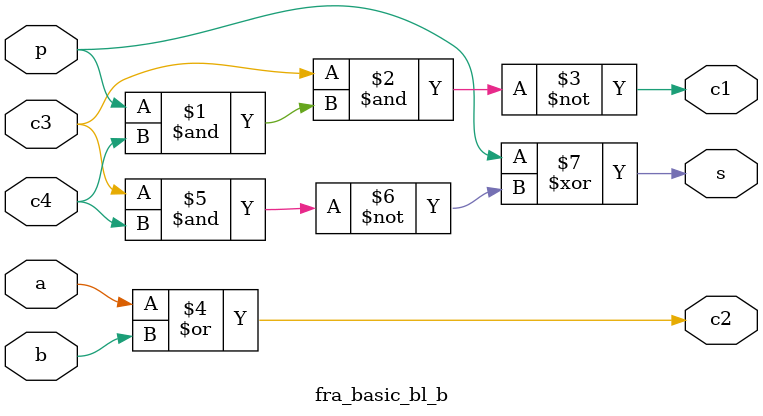
<source format=sv>
module fra_basic_bl_b (
		       input a,
		       input b,
		       input p,
		       input c3,
		       input c4,
		       output c1,
		       output c2,
		       output s);
 
	assign c1 = ~(c3 & (p & c4));
	assign c2 = a | b;
	assign s = p ^ ~(c3 & c4);

endmodule
</source>
